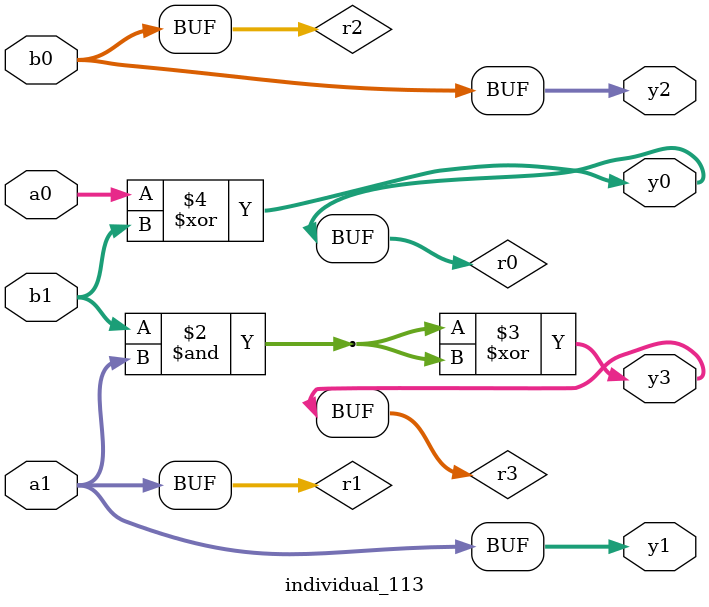
<source format=sv>
module individual_113(input logic [15:0] a1, input logic [15:0] a0, input logic [15:0] b1, input logic [15:0] b0, output logic [15:0] y3, output logic [15:0] y2, output logic [15:0] y1, output logic [15:0] y0);
logic [15:0] r0, r1, r2, r3; 
 always@(*) begin 
	 r0 = a0; r1 = a1; r2 = b0; r3 = b1; 
 	 r3  &=  r1 ;
 	 r3  ^=  r3 ;
 	 r0  ^=  b1 ;
 	 y3 = r3; y2 = r2; y1 = r1; y0 = r0; 
end
endmodule
</source>
